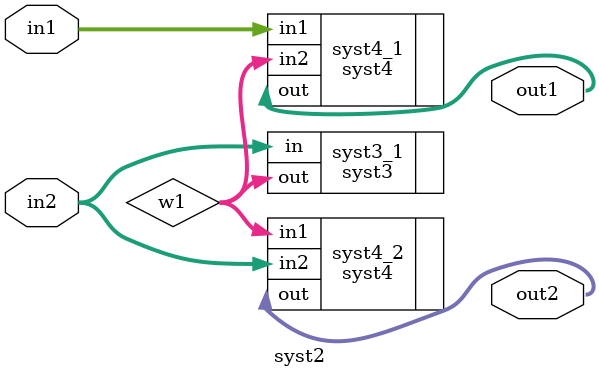
<source format=v>
`timescale 1ns / 1ps


module syst2(   input [7:0] in1,
                input [7:0] in2,
                output [7:0] out1,
                output [7:0] out2

    );
    wire [7:0] w1;
    syst3 syst3_1(  .in(in2),
                    .out(w1)
    );
    
    syst4 syst4_1(  .in1(in1),
                    .in2(w1),
                    .out(out1)
    );
    syst4 syst4_2(  .in1(w1),
                    .in2(in2),
                    .out(out2)
    );
     
 
 
 
    
    
endmodule

</source>
